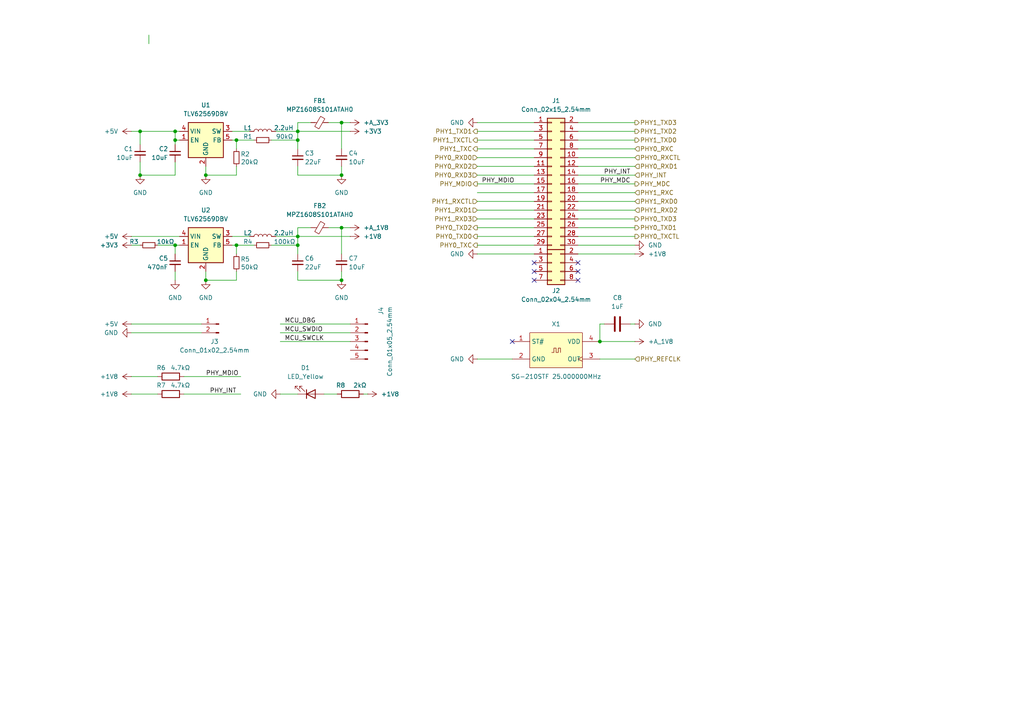
<source format=kicad_sch>
(kicad_sch (version 20250114) (generator "eeschema") (generator_version "9.0")
  (paper "A4")
  (lib_symbols
    (symbol "Connector:Conn_01x02_Pin" (pin_names (offset 1.016) (hide yes))
      (property "Reference" "J" (at 0 2.54 0))
      (property "Value" "Conn_01x02_Pin" (at 0 -5.08 0))
      (symbol "Conn_01x02_Pin_1_1"
        (rectangle (start 0.8636 0.127) (end 0 -0.127) (stroke (width 0.1524)) (fill (type outline)))
        (rectangle (start 0.8636 -2.413) (end 0 -2.667) (stroke (width 0.1524)) (fill (type outline)))
        (polyline (pts (xy 1.27 0) (xy 0.8636 0)) (stroke (width 0.1524)))
        (polyline (pts (xy 1.27 -2.54) (xy 0.8636 -2.54)) (stroke (width 0.1524)))
        (pin passive line (at 5.08 0 180) (length 3.81) (name "Pin_1") (number "1"))
        (pin passive line (at 5.08 -2.54 180) (length 3.81) (name "Pin_2") (number "2"))
      )
    )
    (symbol "Connector:Conn_01x05_Pin" (pin_names (offset 1.016) (hide yes))
      (property "Reference" "J" (at 0 7.62 0))
      (property "Value" "Conn_01x05_Pin" (at 0 -7.62 0))
      (symbol "Conn_01x05_Pin_1_1"
        (rectangle (start 0.8636 5.207) (end 0 4.953) (stroke (width 0.1524)) (fill (type outline)))
        (rectangle (start 0.8636 2.667) (end 0 2.413) (stroke (width 0.1524)) (fill (type outline)))
        (rectangle (start 0.8636 0.127) (end 0 -0.127) (stroke (width 0.1524)) (fill (type outline)))
        (rectangle (start 0.8636 -2.413) (end 0 -2.667) (stroke (width 0.1524)) (fill (type outline)))
        (rectangle (start 0.8636 -4.953) (end 0 -5.207) (stroke (width 0.1524)) (fill (type outline)))
        (polyline (pts (xy 1.27 5.08) (xy 0.8636 5.08)) (stroke (width 0.1524)))
        (polyline (pts (xy 1.27 2.54) (xy 0.8636 2.54)) (stroke (width 0.1524)))
        (polyline (pts (xy 1.27 0) (xy 0.8636 0)) (stroke (width 0.1524)))
        (polyline (pts (xy 1.27 -2.54) (xy 0.8636 -2.54)) (stroke (width 0.1524)))
        (polyline (pts (xy 1.27 -5.08) (xy 0.8636 -5.08)) (stroke (width 0.1524)))
        (pin passive line (at 5.08 5.08 180) (length 3.81) (name "Pin_1") (number "1"))
        (pin passive line (at 5.08 2.54 180) (length 3.81) (name "Pin_2") (number "2"))
        (pin passive line (at 5.08 0 180) (length 3.81) (name "Pin_3") (number "3"))
        (pin passive line (at 5.08 -2.54 180) (length 3.81) (name "Pin_4") (number "4"))
        (pin passive line (at 5.08 -5.08 180) (length 3.81) (name "Pin_5") (number "5"))
      )
    )
    (symbol "Connector_Generic:Conn_02x04_Odd_Even" (pin_names (offset 1.016) (hide yes))
      (property "Reference" "J" (at 1.27 5.08 0))
      (property "Value" "Conn_02x04_Odd_Even" (at 1.27 -7.62 0))
      (symbol "Conn_02x04_Odd_Even_1_1"
        (rectangle (start -1.27 3.81) (end 3.81 -6.35) (stroke (width 0.254)) (fill (type background)))
        (rectangle (start -1.27 2.667) (end 0 2.413) (stroke (width 0.1524)))
        (rectangle (start -1.27 0.127) (end 0 -0.127) (stroke (width 0.1524)))
        (rectangle (start -1.27 -2.413) (end 0 -2.667) (stroke (width 0.1524)))
        (rectangle (start -1.27 -4.953) (end 0 -5.207) (stroke (width 0.1524)))
        (rectangle (start 3.81 2.667) (end 2.54 2.413) (stroke (width 0.1524)))
        (rectangle (start 3.81 0.127) (end 2.54 -0.127) (stroke (width 0.1524)))
        (rectangle (start 3.81 -2.413) (end 2.54 -2.667) (stroke (width 0.1524)))
        (rectangle (start 3.81 -4.953) (end 2.54 -5.207) (stroke (width 0.1524)))
        (pin passive line (at -5.08 2.54 0) (length 3.81) (name "Pin_1") (number "1"))
        (pin passive line (at -5.08 0 0) (length 3.81) (name "Pin_3") (number "3"))
        (pin passive line (at -5.08 -2.54 0) (length 3.81) (name "Pin_5") (number "5"))
        (pin passive line (at -5.08 -5.08 0) (length 3.81) (name "Pin_7") (number "7"))
        (pin passive line (at 7.62 2.54 180) (length 3.81) (name "Pin_2") (number "2"))
        (pin passive line (at 7.62 0 180) (length 3.81) (name "Pin_4") (number "4"))
        (pin passive line (at 7.62 -2.54 180) (length 3.81) (name "Pin_6") (number "6"))
        (pin passive line (at 7.62 -5.08 180) (length 3.81) (name "Pin_8") (number "8"))
      )
    )
    (symbol "Connector_Generic:Conn_02x15_Odd_Even" (pin_names (offset 1.016) (hide yes))
      (property "Reference" "J" (at 1.27 20.32 0))
      (property "Value" "Conn_02x15_Odd_Even" (at 1.27 -20.32 0))
      (symbol "Conn_02x15_Odd_Even_1_1"
        (rectangle (start -1.27 19.05) (end 3.81 -19.05) (stroke (width 0.254)) (fill (type background)))
        (rectangle (start -1.27 17.907) (end 0 17.653) (stroke (width 0.1524)))
        (rectangle (start -1.27 15.367) (end 0 15.113) (stroke (width 0.1524)))
        (rectangle (start -1.27 12.827) (end 0 12.573) (stroke (width 0.1524)))
        (rectangle (start -1.27 10.287) (end 0 10.033) (stroke (width 0.1524)))
        (rectangle (start -1.27 7.747) (end 0 7.493) (stroke (width 0.1524)))
        (rectangle (start -1.27 5.207) (end 0 4.953) (stroke (width 0.1524)))
        (rectangle (start -1.27 2.667) (end 0 2.413) (stroke (width 0.1524)))
        (rectangle (start -1.27 0.127) (end 0 -0.127) (stroke (width 0.1524)))
        (rectangle (start -1.27 -2.413) (end 0 -2.667) (stroke (width 0.1524)))
        (rectangle (start -1.27 -4.953) (end 0 -5.207) (stroke (width 0.1524)))
        (rectangle (start -1.27 -7.493) (end 0 -7.747) (stroke (width 0.1524)))
        (rectangle (start -1.27 -10.033) (end 0 -10.287) (stroke (width 0.1524)))
        (rectangle (start -1.27 -12.573) (end 0 -12.827) (stroke (width 0.1524)))
        (rectangle (start -1.27 -15.113) (end 0 -15.367) (stroke (width 0.1524)))
        (rectangle (start -1.27 -17.653) (end 0 -17.907) (stroke (width 0.1524)))
        (rectangle (start 3.81 17.907) (end 2.54 17.653) (stroke (width 0.1524)))
        (rectangle (start 3.81 15.367) (end 2.54 15.113) (stroke (width 0.1524)))
        (rectangle (start 3.81 12.827) (end 2.54 12.573) (stroke (width 0.1524)))
        (rectangle (start 3.81 10.287) (end 2.54 10.033) (stroke (width 0.1524)))
        (rectangle (start 3.81 7.747) (end 2.54 7.493) (stroke (width 0.1524)))
        (rectangle (start 3.81 5.207) (end 2.54 4.953) (stroke (width 0.1524)))
        (rectangle (start 3.81 2.667) (end 2.54 2.413) (stroke (width 0.1524)))
        (rectangle (start 3.81 0.127) (end 2.54 -0.127) (stroke (width 0.1524)))
        (rectangle (start 3.81 -2.413) (end 2.54 -2.667) (stroke (width 0.1524)))
        (rectangle (start 3.81 -4.953) (end 2.54 -5.207) (stroke (width 0.1524)))
        (rectangle (start 3.81 -7.493) (end 2.54 -7.747) (stroke (width 0.1524)))
        (rectangle (start 3.81 -10.033) (end 2.54 -10.287) (stroke (width 0.1524)))
        (rectangle (start 3.81 -12.573) (end 2.54 -12.827) (stroke (width 0.1524)))
        (rectangle (start 3.81 -15.113) (end 2.54 -15.367) (stroke (width 0.1524)))
        (rectangle (start 3.81 -17.653) (end 2.54 -17.907) (stroke (width 0.1524)))
        (pin passive line (at -5.08 17.78 0) (length 3.81) (name "Pin_1") (number "1"))
        (pin passive line (at -5.08 15.24 0) (length 3.81) (name "Pin_3") (number "3"))
        (pin passive line (at -5.08 12.7 0) (length 3.81) (name "Pin_5") (number "5"))
        (pin passive line (at -5.08 10.16 0) (length 3.81) (name "Pin_7") (number "7"))
        (pin passive line (at -5.08 7.62 0) (length 3.81) (name "Pin_9") (number "9"))
        (pin passive line (at -5.08 5.08 0) (length 3.81) (name "Pin_11") (number "11"))
        (pin passive line (at -5.08 2.54 0) (length 3.81) (name "Pin_13") (number "13"))
        (pin passive line (at -5.08 0 0) (length 3.81) (name "Pin_15") (number "15"))
        (pin passive line (at -5.08 -2.54 0) (length 3.81) (name "Pin_17") (number "17"))
        (pin passive line (at -5.08 -5.08 0) (length 3.81) (name "Pin_19") (number "19"))
        (pin passive line (at -5.08 -7.62 0) (length 3.81) (name "Pin_21") (number "21"))
        (pin passive line (at -5.08 -10.16 0) (length 3.81) (name "Pin_23") (number "23"))
        (pin passive line (at -5.08 -12.7 0) (length 3.81) (name "Pin_25") (number "25"))
        (pin passive line (at -5.08 -15.24 0) (length 3.81) (name "Pin_27") (number "27"))
        (pin passive line (at -5.08 -17.78 0) (length 3.81) (name "Pin_29") (number "29"))
        (pin passive line (at 7.62 17.78 180) (length 3.81) (name "Pin_2") (number "2"))
        (pin passive line (at 7.62 15.24 180) (length 3.81) (name "Pin_4") (number "4"))
        (pin passive line (at 7.62 12.7 180) (length 3.81) (name "Pin_6") (number "6"))
        (pin passive line (at 7.62 10.16 180) (length 3.81) (name "Pin_8") (number "8"))
        (pin passive line (at 7.62 7.62 180) (length 3.81) (name "Pin_10") (number "10"))
        (pin passive line (at 7.62 5.08 180) (length 3.81) (name "Pin_12") (number "12"))
        (pin passive line (at 7.62 2.54 180) (length 3.81) (name "Pin_14") (number "14"))
        (pin passive line (at 7.62 0 180) (length 3.81) (name "Pin_16") (number "16"))
        (pin passive line (at 7.62 -2.54 180) (length 3.81) (name "Pin_18") (number "18"))
        (pin passive line (at 7.62 -5.08 180) (length 3.81) (name "Pin_20") (number "20"))
        (pin passive line (at 7.62 -7.62 180) (length 3.81) (name "Pin_22") (number "22"))
        (pin passive line (at 7.62 -10.16 180) (length 3.81) (name "Pin_24") (number "24"))
        (pin passive line (at 7.62 -12.7 180) (length 3.81) (name "Pin_26") (number "26"))
        (pin passive line (at 7.62 -15.24 180) (length 3.81) (name "Pin_28") (number "28"))
        (pin passive line (at 7.62 -17.78 180) (length 3.81) (name "Pin_30") (number "30"))
      )
    )
    (symbol "Device:C" (pin_numbers (hide yes)) (pin_names (offset 0.254))
      (property "Reference" "C" (at 0.635 2.54 0))
      (property "Value" "C" (at 0.635 -2.54 0))
      (symbol "C_0_1"
        (polyline (pts (xy -2.032 0.762) (xy 2.032 0.762)) (stroke (width 0.508)))
        (polyline (pts (xy -2.032 -0.762) (xy 2.032 -0.762)) (stroke (width 0.508)))
      )
      (symbol "C_1_1"
        (pin passive line (at 0 3.81 270) (length 2.794) (name "~") (number "1"))
        (pin passive line (at 0 -3.81 90) (length 2.794) (name "~") (number "2"))
      )
    )
    (symbol "Device:C_Small" (pin_numbers (hide yes)) (pin_names (offset 0.254) (hide yes))
      (property "Reference" "C" (at 0.254 1.778 0))
      (property "Value" "C_Small" (at 0.254 -2.032 0))
      (symbol "C_Small_0_1"
        (polyline (pts (xy -1.524 0.508) (xy 1.524 0.508)) (stroke (width 0.3048)))
        (polyline (pts (xy -1.524 -0.508) (xy 1.524 -0.508)) (stroke (width 0.3302)))
      )
      (symbol "C_Small_1_1"
        (pin passive line (at 0 2.54 270) (length 2.032) (name "~") (number "1"))
        (pin passive line (at 0 -2.54 90) (length 2.032) (name "~") (number "2"))
      )
    )
    (symbol "Device:FerriteBead_Small" (pin_numbers (hide yes)) (pin_names (offset 0))
      (property "Reference" "FB" (at 1.905 1.27 0))
      (property "Value" "FerriteBead_Small" (at 1.905 -1.27 0))
      (symbol "FerriteBead_Small_0_1"
        (polyline (pts (xy -1.8288 0.2794) (xy -1.1176 1.4986) (xy 1.8288 -0.2032) (xy 1.1176 -1.4224) (xy -1.8288 0.2794)))
        (polyline (pts (xy 0 0.889) (xy 0 1.2954)))
        (polyline (pts (xy 0 -1.27) (xy 0 -0.7874)))
      )
      (symbol "FerriteBead_Small_1_1"
        (pin passive line (at 0 2.54 270) (length 1.27) (name "~") (number "1"))
        (pin passive line (at 0 -2.54 90) (length 1.27) (name "~") (number "2"))
      )
    )
    (symbol "Device:L" (pin_numbers (hide yes)) (pin_names (offset 1.016) (hide yes))
      (property "Reference" "L" (at -1.27 0 90))
      (property "Value" "L" (at 1.905 0 90))
      (symbol "L_0_1"
        (arc (start 0 2.54) (mid 0.6323 1.905) (end 0 1.27))
        (arc (start 0 1.27) (mid 0.6323 0.635) (end 0 0))
        (arc (start 0 0) (mid 0.6323 -0.635) (end 0 -1.27))
        (arc (start 0 -1.27) (mid 0.6323 -1.905) (end 0 -2.54))
      )
      (symbol "L_1_1"
        (pin passive line (at 0 3.81 270) (length 1.27) (name "1") (number "1"))
        (pin passive line (at 0 -3.81 90) (length 1.27) (name "2") (number "2"))
      )
    )
    (symbol "Device:LED" (pin_numbers (hide yes)) (pin_names (offset 1.016) (hide yes))
      (property "Reference" "D" (at 0 2.54 0))
      (property "Value" "LED" (at 0 -2.54 0))
      (symbol "LED_0_1"
        (polyline (pts (xy -3.048 -0.762) (xy -4.572 -2.286) (xy -3.81 -2.286) (xy -4.572 -2.286) (xy -4.572 -1.524)))
        (polyline (pts (xy -1.778 -0.762) (xy -3.302 -2.286) (xy -2.54 -2.286) (xy -3.302 -2.286) (xy -3.302 -1.524)))
        (polyline (pts (xy -1.27 0) (xy 1.27 0)))
        (polyline (pts (xy -1.27 -1.27) (xy -1.27 1.27)) (stroke (width 0.254)))
        (polyline (pts (xy 1.27 -1.27) (xy 1.27 1.27) (xy -1.27 0) (xy 1.27 -1.27)) (stroke (width 0.254)))
      )
      (symbol "LED_1_1"
        (pin passive line (at -3.81 0 0) (length 2.54) (name "K") (number "1"))
        (pin passive line (at 3.81 0 180) (length 2.54) (name "A") (number "2"))
      )
    )
    (symbol "Device:R" (pin_numbers (hide yes)) (pin_names (offset 0))
      (property "Reference" "R" (at 2.032 0 90))
      (property "Value" "R" (at 0 0 90))
      (symbol "R_0_1"
        (rectangle (start -1.016 -2.54) (end 1.016 2.54) (stroke (width 0.254)))
      )
      (symbol "R_1_1"
        (pin passive line (at 0 3.81 270) (length 1.27) (name "~") (number "1"))
        (pin passive line (at 0 -3.81 90) (length 1.27) (name "~") (number "2"))
      )
    )
    (symbol "Device:R_Small" (pin_numbers (hide yes)) (pin_names (offset 0.254) (hide yes))
      (property "Reference" "R" (at 0.762 0.508 0))
      (property "Value" "R_Small" (at 0.762 -1.016 0))
      (symbol "R_Small_0_1"
        (rectangle (start -0.762 1.778) (end 0.762 -1.778) (stroke (width 0.2032)))
      )
      (symbol "R_Small_1_1"
        (pin passive line (at 0 2.54 270) (length 0.762) (name "~") (number "1"))
        (pin passive line (at 0 -2.54 90) (length 0.762) (name "~") (number "2"))
      )
    )
    (symbol "Regulator_Switching:TLV62569DBV"
      (property "Reference" "U" (at -5.08 6.35 0))
      (property "Value" "TLV62569DBV" (at 0 6.35 0))
      (symbol "TLV62569DBV_0_1"
        (rectangle (start -5.08 5.08) (end 5.08 -5.08) (stroke (width 0.254)) (fill (type background)))
      )
      (symbol "TLV62569DBV_1_1"
        (pin power_in line (at -7.62 2.54 0) (length 2.54) (name "VIN") (number "4"))
        (pin input line (at -7.62 0 0) (length 2.54) (name "EN") (number "1"))
        (pin power_in line (at 0 -7.62 90) (length 2.54) (name "GND") (number "2"))
        (pin power_out line (at 7.62 2.54 180) (length 2.54) (name "SW") (number "3"))
        (pin input line (at 7.62 0 180) (length 2.54) (name "FB") (number "5"))
      )
    )
    (symbol "User:SG-210STF"
      (property "Reference" "X1" (at 0 7.62 0))
      (property "Value" "SG-210STF 26.000000MHz" (at 0 -7.62 0))
      (symbol "SG-210STF_0_1"
        (polyline (pts (xy -1.27 -0.635) (xy -0.635 -0.635) (xy -0.635 0.635) (xy 0 0.635) (xy 0 -0.635) (xy 0.635 -0.635) (xy 0.635 0.635) (xy 1.27 0.635) (xy 1.27 -0.635)))
      )
      (symbol "SG-210STF_1_0"
        (rectangle (start -7.62 5.08) (end 7.62 -5.08) (fill (type background)))
        (pin output line (at -12.7 2.54 0) (length 5.08) (name "ST#") (number "1"))
        (pin power_in line (at -12.7 -2.54 0) (length 5.08) (name "GND") (number "2"))
        (pin power_in line (at 12.7 2.54 180) (length 5.08) (name "VDD") (number "4"))
        (pin output clock (at 12.7 -2.54 180) (length 5.08) (name "OUT") (number "3"))
      )
    )
    (symbol "power:+3V3" (power) (pin_numbers (hide yes)) (pin_names (offset 0) (hide yes))
      (property "Value" "+3V3" (at 0 3.556 0))
      (symbol "+3V3_0_1"
        (polyline (pts (xy -0.762 1.27) (xy 0 2.54)))
        (polyline (pts (xy 0 2.54) (xy 0.762 1.27)))
        (polyline (pts (xy 0 0) (xy 0 2.54)))
      )
      (symbol "+3V3_1_1"
        (pin power_in line (at 0 0 90) (length 0) (name "~") (number "1"))
      )
    )
    (symbol "power:GND" (power) (pin_numbers (hide yes)) (pin_names (offset 0) (hide yes))
      (property "Value" "GND" (at 0 -3.81 0))
      (symbol "GND_0_1"
        (polyline (pts (xy 0 0) (xy 0 -1.27) (xy 1.27 -1.27) (xy 0 -2.54) (xy -1.27 -1.27) (xy 0 -1.27)))
      )
      (symbol "GND_1_1"
        (pin power_in line (at 0 0 270) (length 0) (name "~") (number "1"))
      )
    )
  )
  (junction (at 173.99 99.06))
  (junction (at 50.8 38.1))
  (junction (at 99.06 66.04))
  (junction (at 68.58 40.64))
  (junction (at 99.06 81.28))
  (junction (at 40.64 50.8))
  (junction (at 86.36 68.58))
  (junction (at 59.69 50.8))
  (junction (at 40.64 38.1))
  (junction (at 68.58 71.12))
  (junction (at 50.8 71.12))
  (junction (at 99.06 50.8))
  (junction (at 99.06 35.56))
  (junction (at 86.36 38.1))
  (junction (at 86.36 40.64))
  (junction (at 59.69 81.28))
  (junction (at 86.36 71.12))
  (junction (at 50.8 40.64))
  (no_connect (at 167.64 78.74))
  (no_connect (at 154.94 78.74))
  (no_connect (at 148.59 99.06))
  (no_connect (at 154.94 76.2))
  (no_connect (at 167.64 76.2))
  (no_connect (at 154.94 81.28))
  (no_connect (at 167.64 81.28))
  (wire (pts (xy 167.64 38.1) (xy 184.15 38.1)))
  (wire (pts (xy 99.06 66.04) (xy 101.6 66.04)))
  (wire (pts (xy 167.64 35.56) (xy 184.15 35.56)))
  (wire (pts (xy 86.36 71.12) (xy 86.36 73.66)))
  (wire (pts (xy 38.1 71.12) (xy 40.64 71.12)))
  (wire (pts (xy 138.43 60.96) (xy 154.94 60.96)))
  (wire (pts (xy 99.06 66.04) (xy 99.06 73.66)))
  (wire (pts (xy 138.43 104.14) (xy 148.59 104.14)))
  (wire (pts (xy 78.74 40.64) (xy 86.36 40.64)))
  (wire (pts (xy 106.68 114.3) (xy 105.41 114.3)))
  (wire (pts (xy 167.64 63.5) (xy 184.15 63.5)))
  (wire (pts (xy 67.31 40.64) (xy 68.58 40.64)))
  (wire (pts (xy 68.58 40.64) (xy 73.66 40.64)))
  (wire (pts (xy 99.06 35.56) (xy 99.06 43.18)))
  (wire (pts (xy 138.43 58.42) (xy 154.94 58.42)))
  (wire (pts (xy 167.64 43.18) (xy 184.15 43.18)))
  (wire (pts (xy 86.36 81.28) (xy 99.06 81.28)))
  (wire (pts (xy 86.36 40.64) (xy 86.36 38.1)))
  (wire (pts (xy 182.88 93.98) (xy 184.15 93.98)))
  (wire (pts (xy 59.69 50.8) (xy 68.58 50.8)))
  (wire (pts (xy 167.64 71.12) (xy 184.15 71.12)))
  (wire (pts (xy 69.85 109.22) (xy 53.34 109.22)))
  (wire (pts (xy 173.99 104.14) (xy 184.15 104.14)))
  (wire (pts (xy 50.8 38.1) (xy 52.07 38.1)))
  (wire (pts (xy 67.31 68.58) (xy 72.39 68.58)))
  (wire (pts (xy 138.43 73.66) (xy 154.94 73.66)))
  (wire (pts (xy 78.74 71.12) (xy 86.36 71.12)))
  (wire (pts (xy 97.79 114.3) (xy 93.98 114.3)))
  (wire (pts (xy 138.43 48.26) (xy 154.94 48.26)))
  (wire (pts (xy 138.43 50.8) (xy 154.94 50.8)))
  (wire (pts (xy 138.43 35.56) (xy 154.94 35.56)))
  (wire (pts (xy 99.06 35.56) (xy 101.6 35.56)))
  (wire (pts (xy 68.58 71.12) (xy 68.58 73.66)))
  (wire (pts (xy 40.64 38.1) (xy 50.8 38.1)))
  (wire (pts (xy 99.06 78.74) (xy 99.06 81.28)))
  (wire (pts (xy 167.64 53.34) (xy 184.15 53.34)))
  (wire (pts (xy 45.72 71.12) (xy 50.8 71.12)))
  (wire (pts (xy 81.28 99.06) (xy 101.6 99.06)))
  (wire (pts (xy 40.64 38.1) (xy 40.64 41.91)))
  (wire (pts (xy 86.36 66.04) (xy 90.17 66.04)))
  (wire (pts (xy 81.28 114.3) (xy 86.36 114.3)))
  (wire (pts (xy 138.43 43.18) (xy 154.94 43.18)))
  (wire (pts (xy 38.1 96.52) (xy 58.42 96.52)))
  (wire (pts (xy 173.99 93.98) (xy 173.99 99.06)))
  (wire (pts (xy 86.36 38.1) (xy 101.6 38.1)))
  (wire (pts (xy 138.43 66.04) (xy 154.94 66.04)))
  (wire (pts (xy 167.64 48.26) (xy 184.15 48.26)))
  (wire (pts (xy 38.1 68.58) (xy 52.07 68.58)))
  (wire (pts (xy 86.36 35.56) (xy 90.17 35.56)))
  (wire (pts (xy 67.31 71.12) (xy 68.58 71.12)))
  (wire (pts (xy 86.36 48.26) (xy 86.36 50.8)))
  (wire (pts (xy 59.69 48.26) (xy 59.69 50.8)))
  (wire (pts (xy 38.1 109.22) (xy 45.72 109.22)))
  (wire (pts (xy 67.31 38.1) (xy 72.39 38.1)))
  (wire (pts (xy 175.26 93.98) (xy 173.99 93.98)))
  (wire (pts (xy 50.8 71.12) (xy 50.8 73.66)))
  (wire (pts (xy 86.36 40.64) (xy 86.36 43.18)))
  (wire (pts (xy 86.36 35.56) (xy 86.36 38.1)))
  (wire (pts (xy 138.43 40.64) (xy 154.94 40.64)))
  (wire (pts (xy 173.99 99.06) (xy 184.15 99.06)))
  (wire (pts (xy 50.8 38.1) (xy 50.8 40.64)))
  (wire (pts (xy 80.01 38.1) (xy 86.36 38.1)))
  (wire (pts (xy 86.36 78.74) (xy 86.36 81.28)))
  (wire (pts (xy 167.64 50.8) (xy 184.15 50.8)))
  (wire (pts (xy 138.43 68.58) (xy 154.94 68.58)))
  (wire (pts (xy 40.64 46.99) (xy 40.64 50.8)))
  (wire (pts (xy 52.07 40.64) (xy 50.8 40.64)))
  (wire (pts (xy 81.28 93.98) (xy 101.6 93.98)))
  (wire (pts (xy 95.25 66.04) (xy 99.06 66.04)))
  (wire (pts (xy 138.43 71.12) (xy 154.94 71.12)))
  (wire (pts (xy 167.64 40.64) (xy 184.15 40.64)))
  (wire (pts (xy 167.64 45.72) (xy 184.15 45.72)))
  (wire (pts (xy 167.64 60.96) (xy 184.15 60.96)))
  (wire (pts (xy 80.01 68.58) (xy 86.36 68.58)))
  (wire (pts (xy 45.72 114.3) (xy 38.1 114.3)))
  (wire (pts (xy 138.43 63.5) (xy 154.94 63.5)))
  (wire (pts (xy 68.58 71.12) (xy 73.66 71.12)))
  (wire (pts (xy 50.8 40.64) (xy 50.8 41.91)))
  (wire (pts (xy 167.64 66.04) (xy 184.15 66.04)))
  (wire (pts (xy 86.36 50.8) (xy 99.06 50.8)))
  (wire (pts (xy 68.58 40.64) (xy 68.58 43.18)))
  (wire (pts (xy 40.64 50.8) (xy 50.8 50.8)))
  (wire (pts (xy 86.36 66.04) (xy 86.36 68.58)))
  (wire (pts (xy 81.28 96.52) (xy 101.6 96.52)))
  (wire (pts (xy 69.85 114.3) (xy 53.34 114.3)))
  (wire (pts (xy 138.43 38.1) (xy 154.94 38.1)))
  (wire (pts (xy 59.69 81.28) (xy 68.58 81.28)))
  (wire (pts (xy 50.8 71.12) (xy 52.07 71.12)))
  (wire (pts (xy 59.69 78.74) (xy 59.69 81.28)))
  (wire (pts (xy 167.64 68.58) (xy 184.15 68.58)))
  (wire (pts (xy 68.58 48.26) (xy 68.58 50.8)))
  (wire (pts (xy 68.58 78.74) (xy 68.58 81.28)))
  (wire (pts (xy 50.8 78.74) (xy 50.8 81.28)))
  (wire (pts (xy 50.8 50.8) (xy 50.8 46.99)))
  (wire (pts (xy 38.1 93.98) (xy 58.42 93.98)))
  (wire (pts (xy 86.36 68.58) (xy 101.6 68.58)))
  (wire (pts (xy 167.64 73.66) (xy 184.15 73.66)))
  (wire (pts (xy 38.1 38.1) (xy 40.64 38.1)))
  (wire (pts (xy 138.43 55.88) (xy 154.94 55.88)))
  (wire (pts (xy 167.64 58.42) (xy 184.15 58.42)))
  (wire (pts (xy 99.06 48.26) (xy 99.06 50.8)))
  (wire (pts (xy 95.25 35.56) (xy 99.06 35.56)))
  (wire (pts (xy 138.43 45.72) (xy 154.94 45.72)))
  (wire (pts (xy 86.36 71.12) (xy 86.36 68.58)))
  (wire (pts (xy 43.18 10.16) (xy 43.18 12.7)))
  (wire (pts (xy 167.64 55.88) (xy 184.15 55.88)))
  (wire (pts (xy 138.43 53.34) (xy 154.94 53.34)))
  (label "MCU_DBG" (at 82.55 93.98 0))
  (label "MCU_SWDIO" (at 82.55 96.52 0))
  (label "PHY_INT" (at 182.88 50.8 180))
  (label "PHY_MDIO" (at 139.7 53.34 0))
  (label "PHY_INT" (at 68.58 114.3 180))
  (label "MCU_SWCLK" (at 82.55 99.06 0))
  (label "PHY_MDIO" (at 59.69 109.22 0))
  (label "PHY_MDC" (at 182.88 53.34 180))
  (hierarchical_label "PHY1_RXD3" (shape input) (at 138.43 63.5 180))
  (hierarchical_label "PHY0_TXD1" (shape output) (at 184.15 66.04 0))
  (hierarchical_label "PHY_INT" (shape input) (at 184.15 50.8 0))
  (hierarchical_label "PHY0_TXD2" (shape output) (at 138.43 66.04 180))
  (hierarchical_label "PHY1_TXC" (shape output) (at 138.43 43.18 180))
  (hierarchical_label "PHY1_TXD0" (shape output) (at 184.15 40.64 0))
  (hierarchical_label "PHY1_TXD2" (shape output) (at 184.15 38.1 0))
  (hierarchical_label "PHY1_RXD2" (shape input) (at 184.15 60.96 0))
  (hierarchical_label "PHY1_RXCTL" (shape input) (at 138.43 58.42 180))
  (hierarchical_label "PHY0_RXCTL" (shape input) (at 184.15 45.72 0))
  (hierarchical_label "PHY0_RXD1" (shape input) (at 184.15 48.26 0))
  (hierarchical_label "PHY0_RXD2" (shape input) (at 138.43 48.26 180))
  (hierarchical_label "PHY1_RXC" (shape input) (at 184.15 55.88 0))
  (hierarchical_label "PHY_REFCLK" (shape input) (at 184.15 104.14 0))
  (hierarchical_label "PHY0_TXC" (shape output) (at 138.43 71.12 180))
  (hierarchical_label "PHY1_TXCTL" (shape output) (at 138.43 40.64 180))
  (hierarchical_label "PHY0_RXD0" (shape input) (at 138.43 45.72 180))
  (hierarchical_label "PHY_MDC" (shape output) (at 184.15 53.34 0))
  (hierarchical_label "PHY1_RXD1" (shape input) (at 138.43 60.96 180))
  (hierarchical_label "PHY0_TXCTL" (shape output) (at 184.15 68.58 0))
  (hierarchical_label "PHY1_TXD3" (shape output) (at 184.15 35.56 0))
  (hierarchical_label "PHY0_RXD3" (shape input) (at 138.43 50.8 180))
  (hierarchical_label "PHY0_TXD0" (shape output) (at 138.43 68.58 180))
  (hierarchical_label "PHY0_RXC" (shape input) (at 184.15 43.18 0))
  (hierarchical_label "PHY_MDIO" (shape output) (at 138.43 53.34 180))
  (hierarchical_label "PHY1_RXD0" (shape input) (at 184.15 58.42 0))
  (hierarchical_label "PHY1_TXD1" (shape output) (at 138.43 38.1 180))
  (hierarchical_label "PHY0_TXD3" (shape output) (at 184.15 63.5 0))
  (symbol (lib_id "power:+3V3") (at 38.1 93.98 90) (mirror x) (unit 1)
    (property "Reference" "#PWR024" (effects (hide yes)))
    (property "Value" "+5V" (at 34.29 93.9799 90) (effects (justify left)))
    (property "Description" "Power symbol creates a global label with name \"+3V3\"" (effects (hide yes)))
  )
  (symbol (lib_id "Device:R") (at 49.53 109.22 90) (unit 1)
    (property "Reference" "R6" (at 46.736 106.68 90))
    (property "Value" "4.7kΩ" (at 52.324 106.68 90))
    (property "Footprint" "Resistor_SMD:R_0402_1005Metric" (effects (hide yes)))
    (property "Description" "Resistor" (effects (hide yes)))
  )
  (symbol (lib_id "power:GND") (at 184.15 71.12 90) (mirror x) (unit 1)
    (property "Reference" "#PWR018" (effects (hide yes)))
    (property "Value" "GND" (at 187.96 71.1199 90) (effects (justify right)))
    (property "Description" "Power symbol creates a global label with name \"GND\" , ground" (effects (hide yes)))
  )
  (symbol (lib_id "Device:R") (at 49.53 114.3 90) (unit 1)
    (property "Reference" "R7" (at 46.736 111.76 90))
    (property "Value" "4.7kΩ" (at 52.324 111.76 90))
    (property "Footprint" "Resistor_SMD:R_0402_1005Metric" (effects (hide yes)))
    (property "Description" "Resistor" (effects (hide yes)))
  )
  (symbol (lib_id "power:+3V3") (at 38.1 68.58 90) (mirror x) (unit 1)
    (property "Reference" "#PWR015" (effects (hide yes)))
    (property "Value" "+5V" (at 34.29 68.5799 90) (effects (justify left)))
    (property "Description" "Power symbol creates a global label with name \"+3V3\"" (effects (hide yes)))
  )
  (symbol (lib_id "power:+3V3") (at 38.1 109.22 90) (mirror x) (unit 1)
    (property "Reference" "#PWR029" (effects (hide yes)))
    (property "Value" "+1V8" (at 34.29 109.2199 90) (effects (justify left)))
    (property "Description" "Power symbol creates a global label with name \"+3V3\"" (effects (hide yes)))
  )
  (symbol (lib_id "Device:C_Small") (at 86.36 45.72 0) (unit 1)
    (property "Reference" "C3" (at 88.392 44.45 0) (effects (justify left)))
    (property "Value" "22uF" (at 88.392 46.99 0) (effects (justify left)))
    (property "Footprint" "Capacitor_SMD:C_0603_1608Metric" (effects (hide yes)))
    (property "Description" "Unpolarized capacitor, small symbol" (effects (hide yes)))
  )
  (symbol (lib_id "power:GND") (at 138.43 104.14 270) (unit 1)
    (property "Reference" "#PWR028" (effects (hide yes)))
    (property "Value" "GND" (at 134.62 104.1399 90) (effects (justify right)))
    (property "Description" "Power symbol creates a global label with name \"GND\" , ground" (effects (hide yes)))
  )
  (symbol (lib_id "power:GND") (at 81.28 114.3 270) (unit 1)
    (property "Reference" "#PWR031" (effects (hide yes)))
    (property "Value" "GND" (at 77.47 114.2999 90) (effects (justify right)))
    (property "Description" "Power symbol creates a global label with name \"GND\" , ground" (effects (hide yes)))
  )
  (symbol (lib_id "Connector_Generic:Conn_02x15_Odd_Even") (at 160.02 53.34 0) (unit 1)
    (property "Reference" "J1" (at 161.29 29.21 0))
    (property "Value" "Conn_02x15_2.54mm" (at 161.29 31.75 0))
    (property "Footprint" "Connector_PinHeader_2.54mm:PinHeader_2x15_P2.54mm_Vertical" (effects (hide yes)))
    (property "Description" "Generic connector, double row, 02x15, odd/even pin numbering scheme (row 1 odd numbers, row 2 even numbers), script generated (kicad-library-utils/schlib/autogen/connector/)" (effects (hide yes)))
  )
  (symbol (lib_id "Device:L") (at 76.2 38.1 90) (unit 1)
    (property "Reference" "L1" (at 71.882 37.084 90))
    (property "Value" "2.2uH" (at 82.296 37.084 90))
    (property "Footprint" "Inductor_SMD:L_Murata_DFE201610P" (effects (hide yes)))
    (property "Description" "Inductor" (effects (hide yes)))
  )
  (symbol (lib_id "power:+3V3") (at 184.15 99.06 270) (unit 1)
    (property "Reference" "#PWR027" (effects (hide yes)))
    (property "Value" "+A_1V8" (at 187.96 99.0599 90) (effects (justify left)))
    (property "Description" "Power symbol creates a global label with name \"+3V3\"" (effects (hide yes)))
  )
  (symbol (lib_id "power:GND") (at 138.43 35.56 270) (unit 1)
    (property "Reference" "#PWR08" (effects (hide yes)))
    (property "Value" "GND" (at 134.62 35.5599 90) (effects (justify right)))
    (property "Description" "Power symbol creates a global label with name \"GND\" , ground" (effects (hide yes)))
  )
  (symbol (lib_id "power:+3V3") (at 101.6 38.1 270) (unit 1)
    (property "Reference" "#PWR010" (effects (hide yes)))
    (property "Value" "+3V3" (at 105.41 38.0999 90) (effects (justify left)))
    (property "Description" "Power symbol creates a global label with name \"+3V3\"" (effects (hide yes)))
  )
  (symbol (lib_id "power:GND") (at 99.06 50.8 0) (unit 1)
    (property "Reference" "#PWR013" (effects (hide yes)))
    (property "Value" "GND" (at 99.06 55.88 0))
    (property "Description" "Power symbol creates a global label with name \"GND\" , ground" (effects (hide yes)))
  )
  (symbol (lib_id "Device:R_Small") (at 68.58 76.2 0) (unit 1)
    (property "Reference" "R5" (at 71.12 75.184 0))
    (property "Value" "50kΩ" (at 72.39 77.47 0))
    (property "Footprint" "Resistor_SMD:R_0402_1005Metric" (effects (hide yes)))
    (property "Description" "Resistor, small symbol" (effects (hide yes)))
  )
  (symbol (lib_id "power:GND") (at 99.06 81.28 0) (unit 1)
    (property "Reference" "#PWR023" (effects (hide yes)))
    (property "Value" "GND" (at 99.06 86.36 0))
    (property "Description" "Power symbol creates a global label with name \"GND\" , ground" (effects (hide yes)))
  )
  (symbol (lib_id "power:+3V3") (at 38.1 71.12 90) (unit 1)
    (property "Reference" "#PWR017" (effects (hide yes)))
    (property "Value" "+3V3" (at 34.29 71.1199 90) (effects (justify left)))
    (property "Description" "Power symbol creates a global label with name \"+3V3\"" (effects (hide yes)))
  )
  (symbol (lib_id "Device:C_Small") (at 40.64 44.45 0) (mirror y) (unit 1)
    (property "Reference" "C1" (at 38.608 43.18 0) (effects (justify left)))
    (property "Value" "10uF" (at 38.608 45.72 0) (effects (justify left)))
    (property "Footprint" "Capacitor_SMD:C_0603_1608Metric" (effects (hide yes)))
    (property "Description" "Unpolarized capacitor, small symbol" (effects (hide yes)))
  )
  (symbol (lib_id "Device:C") (at 179.07 93.98 90) (unit 1)
    (property "Reference" "C8" (at 179.07 86.36 90))
    (property "Value" "1uF" (at 179.07 88.9 90))
    (property "Footprint" "Capacitor_SMD:C_0402_1005Metric" (effects (hide yes)))
    (property "Description" "Unpolarized capacitor" (effects (hide yes)))
  )
  (symbol (lib_id "power:+3V3") (at 38.1 38.1 90) (mirror x) (unit 1)
    (property "Reference" "#PWR09" (effects (hide yes)))
    (property "Value" "+5V" (at 34.29 38.0999 90) (effects (justify left)))
    (property "Description" "Power symbol creates a global label with name \"+3V3\"" (effects (hide yes)))
  )
  (symbol (lib_id "power:+3V3") (at 101.6 68.58 270) (unit 1)
    (property "Reference" "#PWR016" (effects (hide yes)))
    (property "Value" "+1V8" (at 105.41 68.5799 90) (effects (justify left)))
    (property "Description" "Power symbol creates a global label with name \"+3V3\"" (effects (hide yes)))
  )
  (symbol (lib_id "power:+3V3") (at 101.6 35.56 270) (unit 1)
    (property "Reference" "#PWR07" (effects (hide yes)))
    (property "Value" "+A_3V3" (at 105.41 35.5599 90) (effects (justify left)))
    (property "Description" "Power symbol creates a global label with name \"+3V3\"" (effects (hide yes)))
  )
  (symbol (lib_id "power:GND") (at 184.15 93.98 90) (unit 1)
    (property "Reference" "#PWR025" (effects (hide yes)))
    (property "Value" "GND" (at 187.96 93.9799 90) (effects (justify right)))
    (property "Description" "Power symbol creates a global label with name \"GND\" , ground" (effects (hide yes)))
  )
  (symbol (lib_id "power:+3V3") (at 106.68 114.3 270) (mirror x) (unit 1)
    (property "Reference" "#PWR032" (effects (hide yes)))
    (property "Value" "+1V8" (at 110.49 114.2999 90) (effects (justify left)))
    (property "Description" "Power symbol creates a global label with name \"+3V3\"" (effects (hide yes)))
  )
  (symbol (lib_id "Device:C_Small") (at 50.8 76.2 0) (mirror y) (unit 1)
    (property "Reference" "C5" (at 48.768 74.93 0) (effects (justify left)))
    (property "Value" "470nF" (at 48.768 77.47 0) (effects (justify left)))
    (property "Footprint" "Capacitor_SMD:C_0402_1005Metric" (effects (hide yes)))
    (property "Description" "Unpolarized capacitor, small symbol" (effects (hide yes)))
  )
  (symbol (lib_id "Device:R_Small") (at 68.58 45.72 0) (unit 1)
    (property "Reference" "R2" (at 71.12 44.704 0))
    (property "Value" "20kΩ" (at 72.39 46.99 0))
    (property "Footprint" "Resistor_SMD:R_0402_1005Metric" (effects (hide yes)))
    (property "Description" "Resistor, small symbol" (effects (hide yes)))
  )
  (symbol (lib_id "power:+3V3") (at 38.1 114.3 90) (mirror x) (unit 1)
    (property "Reference" "#PWR030" (effects (hide yes)))
    (property "Value" "+1V8" (at 34.29 114.2999 90) (effects (justify left)))
    (property "Description" "Power symbol creates a global label with name \"+3V3\"" (effects (hide yes)))
  )
  (symbol (lib_id "Device:L") (at 76.2 68.58 90) (unit 1)
    (property "Reference" "L2" (at 71.882 67.564 90))
    (property "Value" "2.2uH" (at 82.296 67.564 90))
    (property "Footprint" "Inductor_SMD:L_Murata_DFE201610P" (effects (hide yes)))
    (property "Description" "Inductor" (effects (hide yes)))
  )
  (symbol (lib_id "Device:C_Small") (at 99.06 76.2 0) (unit 1)
    (property "Reference" "C7" (at 101.092 74.93 0) (effects (justify left)))
    (property "Value" "10uF" (at 101.092 77.47 0) (effects (justify left)))
    (property "Footprint" "Capacitor_SMD:C_0603_1608Metric" (effects (hide yes)))
    (property "Description" "Unpolarized capacitor, small symbol" (effects (hide yes)))
  )
  (symbol (lib_id "Device:FerriteBead_Small") (at 92.71 35.56 270) (unit 1)
    (property "Reference" "FB1" (at 92.7481 29.21 90))
    (property "Value" "MPZ1608S101ATAH0" (at 92.7481 31.75 90))
    (property "Footprint" "Inductor_SMD:L_0603_1608Metric" (effects (hide yes)))
    (property "Description" "Ferrite bead, small symbol" (effects (hide yes)))
  )
  (symbol (lib_id "power:GND") (at 59.69 50.8 0) (unit 1)
    (property "Reference" "#PWR012" (effects (hide yes)))
    (property "Value" "GND" (at 59.69 55.88 0))
    (property "Description" "Power symbol creates a global label with name \"GND\" , ground" (effects (hide yes)))
  )
  (symbol (lib_id "power:GND") (at 38.1 96.52 270) (unit 1)
    (property "Reference" "#PWR026" (effects (hide yes)))
    (property "Value" "GND" (at 34.29 96.5199 90) (effects (justify right)))
    (property "Description" "Power symbol creates a global label with name \"GND\" , ground" (effects (hide yes)))
  )
  (symbol (lib_id "Device:R_Small") (at 76.2 71.12 90) (unit 1)
    (property "Reference" "R4" (at 71.882 70.104 90))
    (property "Value" "100kΩ" (at 82.55 70.104 90))
    (property "Footprint" "Resistor_SMD:R_0402_1005Metric" (effects (hide yes)))
    (property "Description" "Resistor, small symbol" (effects (hide yes)))
  )
  (symbol (lib_id "Connector:Conn_01x05_Pin") (at 106.68 99.06 0) (mirror y) (unit 1)
    (property "Reference" "J4" (at 110.49 90.17 90))
    (property "Value" "Conn_01x05_2.54mm" (at 113.03 99.06 90))
    (property "Footprint" "Connector_PinHeader_2.54mm:PinHeader_1x05_P2.54mm_Vertical" (effects (hide yes)))
    (property "Description" "Generic connector, single row, 01x05, script generated" (effects (hide yes)))
  )
  (symbol (lib_id "Device:R_Small") (at 76.2 40.64 90) (unit 1)
    (property "Reference" "R1" (at 71.882 39.624 90))
    (property "Value" "90kΩ" (at 82.55 39.624 90))
    (property "Footprint" "Resistor_SMD:R_0402_1005Metric" (effects (hide yes)))
    (property "Description" "Resistor, small symbol" (effects (hide yes)))
  )
  (symbol (lib_id "Device:FerriteBead_Small") (at 92.71 66.04 270) (unit 1)
    (property "Reference" "FB2" (at 92.7481 59.69 90))
    (property "Value" "MPZ1608S101ATAH0" (at 92.7481 62.23 90))
    (property "Footprint" "Inductor_SMD:L_0603_1608Metric" (effects (hide yes)))
    (property "Description" "Ferrite bead, small symbol" (effects (hide yes)))
  )
  (symbol (lib_id "power:GND") (at 59.69 81.28 0) (unit 1)
    (property "Reference" "#PWR022" (effects (hide yes)))
    (property "Value" "GND" (at 59.69 86.36 0))
    (property "Description" "Power symbol creates a global label with name \"GND\" , ground" (effects (hide yes)))
  )
  (symbol (lib_id "Device:C_Small") (at 50.8 44.45 0) (mirror y) (unit 1)
    (property "Reference" "C2" (at 48.768 43.18 0) (effects (justify left)))
    (property "Value" "10uF" (at 48.768 45.72 0) (effects (justify left)))
    (property "Footprint" "Capacitor_SMD:C_0603_1608Metric" (effects (hide yes)))
    (property "Description" "Unpolarized capacitor, small symbol" (effects (hide yes)))
  )
  (symbol (lib_id "Connector_Generic:Conn_02x04_Odd_Even") (at 160.02 76.2 0) (unit 1)
    (property "Reference" "J2" (at 161.29 84.328 0))
    (property "Value" "Conn_02x04_2.54mm" (at 161.29 86.868 0))
    (property "Footprint" "Connector_PinHeader_2.54mm:PinHeader_2x04_P2.54mm_Vertical" (effects (hide yes)))
    (property "Description" "Generic connector, double row, 02x04, odd/even pin numbering scheme (row 1 odd numbers, row 2 even numbers), script generated (kicad-library-utils/schlib/autogen/connector/)" (effects (hide yes)))
  )
  (symbol (lib_id "Regulator_Switching:TLV62569DBV") (at 59.69 40.64 0) (unit 1)
    (property "Reference" "U1" (at 59.69 30.48 0))
    (property "Value" "TLV62569DBV" (at 59.69 33.02 0))
    (property "Footprint" "Package_TO_SOT_SMD:SOT-23-5" (effects (hide yes)))
    (property "Datasheet" "http://www.ti.com/lit/ds/symlink/tlv62569.pdf" (effects (hide yes)))
    (property "Description" "High Efficiency Synchronous Buck Converter, Adjustable Output 0.6V-5.5V, 2A, SOT-23-5" (effects (hide yes)))
  )
  (symbol (lib_id "power:GND") (at 50.8 81.28 0) (unit 1)
    (property "Reference" "#PWR021" (effects (hide yes)))
    (property "Value" "GND" (at 50.8 86.36 0))
    (property "Description" "Power symbol creates a global label with name \"GND\" , ground" (effects (hide yes)))
  )
  (symbol (lib_id "Device:R_Small") (at 43.18 71.12 90) (unit 1)
    (property "Reference" "R3" (at 38.862 70.104 90))
    (property "Value" "10kΩ" (at 48.006 70.104 90))
    (property "Footprint" "Resistor_SMD:R_0402_1005Metric" (effects (hide yes)))
    (property "Description" "Resistor, small symbol" (effects (hide yes)))
  )
  (symbol (lib_id "power:+3V3") (at 101.6 66.04 270) (unit 1)
    (property "Reference" "#PWR014" (effects (hide yes)))
    (property "Value" "+A_1V8" (at 105.41 66.0399 90) (effects (justify left)))
    (property "Description" "Power symbol creates a global label with name \"+3V3\"" (effects (hide yes)))
  )
  (symbol (lib_id "power:GND") (at 40.64 50.8 0) (unit 1)
    (property "Reference" "#PWR011" (effects (hide yes)))
    (property "Value" "GND" (at 40.64 55.88 0))
    (property "Description" "Power symbol creates a global label with name \"GND\" , ground" (effects (hide yes)))
  )
  (symbol (lib_id "Device:R") (at 101.6 114.3 90) (unit 1)
    (property "Reference" "R8" (at 98.806 111.76 90))
    (property "Value" "2kΩ" (at 104.394 111.76 90))
    (property "Footprint" "Resistor_SMD:R_0402_1005Metric" (effects (hide yes)))
    (property "Description" "Resistor" (effects (hide yes)))
  )
  (symbol (lib_id "power:+3V3") (at 184.15 73.66 270) (unit 1)
    (property "Reference" "#PWR020" (effects (hide yes)))
    (property "Value" "+1V8" (at 187.96 73.6599 90) (effects (justify left)))
    (property "Description" "Power symbol creates a global label with name \"+3V3\"" (effects (hide yes)))
  )
  (symbol (lib_id "power:GND") (at 138.43 73.66 270) (mirror x) (unit 1)
    (property "Reference" "#PWR019" (effects (hide yes)))
    (property "Value" "GND" (at 134.62 73.6599 90) (effects (justify right)))
    (property "Description" "Power symbol creates a global label with name \"GND\" , ground" (effects (hide yes)))
  )
  (symbol (lib_id "User:SG-210STF") (at 161.29 101.6 0) (unit 1)
    (property "Reference" "X1" (at 161.29 93.98 0))
    (property "Value" "SG-210STF 25.000000MHz" (at 161.29 109.22 0))
    (property "Footprint" "User:Oscillator_SMD_SeikoEpson_SG210-4Pin_2.5x2.0mm" (effects (hide yes)))
    (property "Datasheet" "https://support.epson.biz/td/api/doc_check.php?mode=dl&lang=en&Parts=SG-210STF" (effects (hide yes)))
    (property "Description" "CMOS Crystal Oscillator SPXO" (effects (hide yes)))
  )
  (symbol (lib_id "Connector:Conn_01x02_Pin") (at 63.5 93.98 0) (mirror y) (unit 1)
    (property "Reference" "J3" (at 62.23 99.06 0))
    (property "Value" "Conn_01x02_2.54mm" (at 62.23 101.6 0))
    (property "Footprint" "Connector_PinHeader_2.54mm:PinHeader_1x02_P2.54mm_Vertical" (effects (hide yes)))
    (property "Description" "Generic connector, single row, 01x02, script generated" (effects (hide yes)))
  )
  (symbol (lib_id "Regulator_Switching:TLV62569DBV") (at 59.69 71.12 0) (unit 1)
    (property "Reference" "U2" (at 59.69 60.96 0))
    (property "Value" "TLV62569DBV" (at 59.69 63.5 0))
    (property "Footprint" "Package_TO_SOT_SMD:SOT-23-5" (effects (hide yes)))
    (property "Datasheet" "http://www.ti.com/lit/ds/symlink/tlv62569.pdf" (effects (hide yes)))
    (property "Description" "High Efficiency Synchronous Buck Converter, Adjustable Output 0.6V-5.5V, 2A, SOT-23-5" (effects (hide yes)))
  )
  (symbol (lib_id "Device:LED") (at 90.17 114.3 0) (mirror x) (unit 1)
    (property "Reference" "D1" (at 88.5825 106.68 0))
    (property "Value" "LED_Yellow" (at 88.5825 109.22 0))
    (property "Footprint" "LED_SMD:LED_0603_1608Metric" (effects (hide yes)))
    (property "Description" "Light emitting diode" (effects (hide yes)))
    (property "Sim.Pins" "1=K 2=A" (effects (hide yes)))
  )
  (symbol (lib_id "Device:C_Small") (at 99.06 45.72 0) (unit 1)
    (property "Reference" "C4" (at 101.092 44.45 0) (effects (justify left)))
    (property "Value" "10uF" (at 101.092 46.99 0) (effects (justify left)))
    (property "Footprint" "Capacitor_SMD:C_0603_1608Metric" (effects (hide yes)))
    (property "Description" "Unpolarized capacitor, small symbol" (effects (hide yes)))
  )
  (symbol (lib_id "Device:C_Small") (at 86.36 76.2 0) (unit 1)
    (property "Reference" "C6" (at 88.392 74.93 0) (effects (justify left)))
    (property "Value" "22uF" (at 88.392 77.47 0) (effects (justify left)))
    (property "Footprint" "Capacitor_SMD:C_0603_1608Metric" (effects (hide yes)))
    (property "Description" "Unpolarized capacitor, small symbol" (effects (hide yes)))
  )
)
</source>
